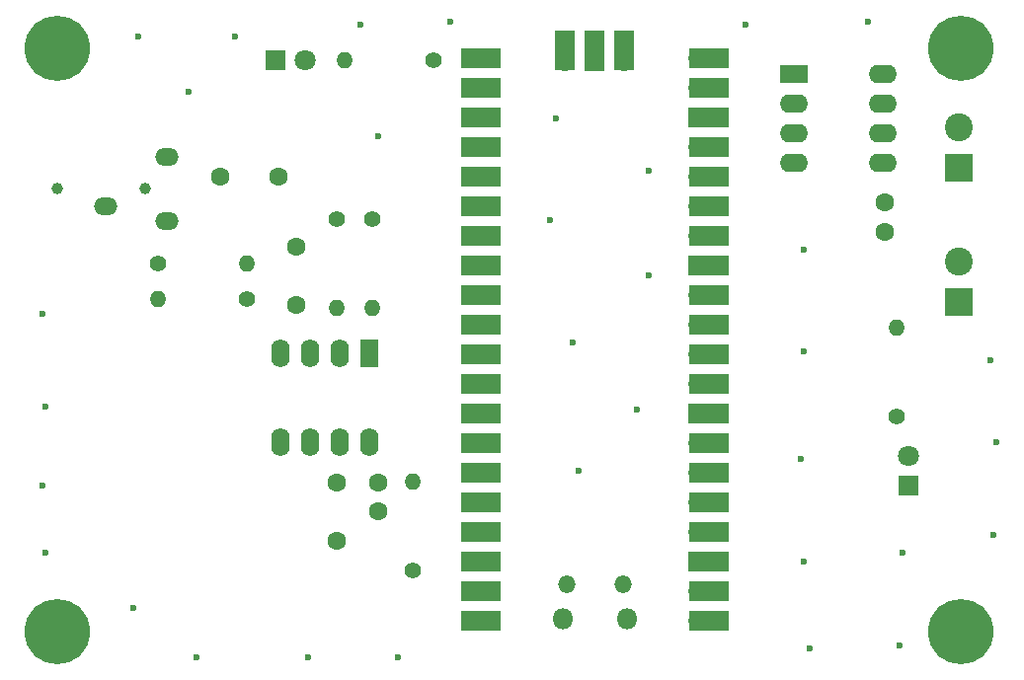
<source format=gts>
G04 #@! TF.GenerationSoftware,KiCad,Pcbnew,8.0.0*
G04 #@! TF.CreationDate,2024-03-17T16:54:30+01:00*
G04 #@! TF.ProjectId,soundgun,736f756e-6467-4756-9e2e-6b696361645f,rev?*
G04 #@! TF.SameCoordinates,Original*
G04 #@! TF.FileFunction,Soldermask,Top*
G04 #@! TF.FilePolarity,Negative*
%FSLAX46Y46*%
G04 Gerber Fmt 4.6, Leading zero omitted, Abs format (unit mm)*
G04 Created by KiCad (PCBNEW 8.0.0) date 2024-03-17 16:54:30*
%MOMM*%
%LPD*%
G01*
G04 APERTURE LIST*
%ADD10R,1.600000X2.400000*%
%ADD11O,1.600000X2.400000*%
%ADD12C,1.400000*%
%ADD13O,1.400000X1.400000*%
%ADD14R,1.800000X1.800000*%
%ADD15C,1.800000*%
%ADD16C,1.600000*%
%ADD17C,5.600000*%
%ADD18R,2.400000X2.400000*%
%ADD19C,2.400000*%
%ADD20C,0.990600*%
%ADD21O,2.006600X1.498600*%
%ADD22O,1.800000X1.800000*%
%ADD23O,1.500000X1.500000*%
%ADD24O,1.700000X1.700000*%
%ADD25R,3.500000X1.700000*%
%ADD26R,1.700000X1.700000*%
%ADD27R,1.700000X3.500000*%
%ADD28R,2.400000X1.600000*%
%ADD29O,2.400000X1.600000*%
%ADD30C,0.600000*%
G04 APERTURE END LIST*
D10*
X111800000Y-91175000D03*
D11*
X109260000Y-91175000D03*
X106720000Y-91175000D03*
X104180000Y-91175000D03*
X104180000Y-98795000D03*
X106720000Y-98795000D03*
X109260000Y-98795000D03*
X111800000Y-98795000D03*
D12*
X117310000Y-66000000D03*
D13*
X109690000Y-66000000D03*
D14*
X103725000Y-66000000D03*
D15*
X106265000Y-66000000D03*
D16*
X99000000Y-75999876D03*
X104000000Y-75999876D03*
D14*
X158000000Y-102540000D03*
D15*
X158000000Y-100000000D03*
D16*
X109000000Y-107250000D03*
X109000000Y-102250000D03*
X105500000Y-82000000D03*
X105500000Y-87000000D03*
D17*
X85000000Y-65000000D03*
D12*
X157000000Y-96575000D03*
D13*
X157000000Y-88955000D03*
D18*
X162300000Y-75250000D03*
D19*
X162300000Y-71750000D03*
D16*
X112500000Y-104750000D03*
X112500000Y-102250000D03*
D20*
X85059508Y-77040432D03*
X92559508Y-77040432D03*
D21*
X89159508Y-78540556D03*
X94459510Y-74290374D03*
X94459510Y-79790373D03*
D12*
X101310000Y-86500000D03*
D13*
X93690000Y-86500000D03*
D16*
X156000000Y-80750000D03*
X156000000Y-78250000D03*
D12*
X109000000Y-79690000D03*
D13*
X109000000Y-87310000D03*
D22*
X133835000Y-113970000D03*
D23*
X133535000Y-110940000D03*
X128685000Y-110940000D03*
D22*
X128385000Y-113970000D03*
D24*
X140000000Y-114100000D03*
D25*
X140900000Y-114100000D03*
D24*
X140000000Y-111560000D03*
D25*
X140900000Y-111560000D03*
D26*
X140000000Y-109020000D03*
D25*
X140900000Y-109020000D03*
D24*
X140000000Y-106480000D03*
D25*
X140900000Y-106480000D03*
D24*
X140000000Y-103940000D03*
D25*
X140900000Y-103940000D03*
D24*
X140000000Y-101400000D03*
D25*
X140900000Y-101400000D03*
D24*
X140000000Y-98860000D03*
D25*
X140900000Y-98860000D03*
D26*
X140000000Y-96320000D03*
D25*
X140900000Y-96320000D03*
D24*
X140000000Y-93780000D03*
D25*
X140900000Y-93780000D03*
D24*
X140000000Y-91240000D03*
D25*
X140900000Y-91240000D03*
D24*
X140000000Y-88700000D03*
D25*
X140900000Y-88700000D03*
D24*
X140000000Y-86160000D03*
D25*
X140900000Y-86160000D03*
D26*
X140000000Y-83620000D03*
D25*
X140900000Y-83620000D03*
D24*
X140000000Y-81080000D03*
D25*
X140900000Y-81080000D03*
D24*
X140000000Y-78540000D03*
D25*
X140900000Y-78540000D03*
D24*
X140000000Y-76000000D03*
D25*
X140900000Y-76000000D03*
D24*
X140000000Y-73460000D03*
D25*
X140900000Y-73460000D03*
D26*
X140000000Y-70920000D03*
D25*
X140900000Y-70920000D03*
D24*
X140000000Y-68380000D03*
D25*
X140900000Y-68380000D03*
D24*
X140000000Y-65840000D03*
D25*
X140900000Y-65840000D03*
D24*
X122220000Y-65840000D03*
D25*
X121320000Y-65840000D03*
D24*
X122220000Y-68380000D03*
D25*
X121320000Y-68380000D03*
D26*
X122220000Y-70920000D03*
D25*
X121320000Y-70920000D03*
D24*
X122220000Y-73460000D03*
D25*
X121320000Y-73460000D03*
D24*
X122220000Y-76000000D03*
D25*
X121320000Y-76000000D03*
D24*
X122220000Y-78540000D03*
D25*
X121320000Y-78540000D03*
D24*
X122220000Y-81080000D03*
D25*
X121320000Y-81080000D03*
D26*
X122220000Y-83620000D03*
D25*
X121320000Y-83620000D03*
D24*
X122220000Y-86160000D03*
D25*
X121320000Y-86160000D03*
D24*
X122220000Y-88700000D03*
D25*
X121320000Y-88700000D03*
D24*
X122220000Y-91240000D03*
D25*
X121320000Y-91240000D03*
D24*
X122220000Y-93780000D03*
D25*
X121320000Y-93780000D03*
D26*
X122220000Y-96320000D03*
D25*
X121320000Y-96320000D03*
D24*
X122220000Y-98860000D03*
D25*
X121320000Y-98860000D03*
D24*
X122220000Y-101400000D03*
D25*
X121320000Y-101400000D03*
D24*
X122220000Y-103940000D03*
D25*
X121320000Y-103940000D03*
D24*
X122220000Y-106480000D03*
D25*
X121320000Y-106480000D03*
D26*
X122220000Y-109020000D03*
D25*
X121320000Y-109020000D03*
D24*
X122220000Y-111560000D03*
D25*
X121320000Y-111560000D03*
D24*
X122220000Y-114100000D03*
D25*
X121320000Y-114100000D03*
D24*
X133650000Y-66070000D03*
D27*
X133650000Y-65170000D03*
D26*
X131110000Y-66070000D03*
D27*
X131110000Y-65170000D03*
D24*
X128570000Y-66070000D03*
D27*
X128570000Y-65170000D03*
D17*
X162500000Y-115000000D03*
D12*
X93690000Y-83500000D03*
D13*
X101310000Y-83500000D03*
D12*
X115500000Y-109810000D03*
D13*
X115500000Y-102190000D03*
D17*
X162500000Y-65000000D03*
D12*
X112000000Y-79690000D03*
D13*
X112000000Y-87310000D03*
D28*
X148175000Y-67200000D03*
D29*
X148175000Y-69740000D03*
X148175000Y-72280000D03*
X148175000Y-74820000D03*
X155795000Y-74820000D03*
X155795000Y-72280000D03*
X155795000Y-69740000D03*
X155795000Y-67200000D03*
D17*
X85000000Y-115000000D03*
D18*
X162300000Y-86750000D03*
D19*
X162300000Y-83250000D03*
D30*
X144000000Y-63000000D03*
X84000000Y-95750000D03*
X127250000Y-79750000D03*
X92000000Y-64000000D03*
X84000000Y-108250000D03*
X134750000Y-96000000D03*
X114250000Y-117250000D03*
X165500000Y-98750000D03*
X112500000Y-72500000D03*
X100250000Y-64000000D03*
X111000000Y-63000000D03*
X149000000Y-82250000D03*
X97000000Y-117250000D03*
X129250000Y-90250000D03*
X127750000Y-71000000D03*
X149000000Y-109000000D03*
X83750000Y-102500000D03*
X118750000Y-62750000D03*
X83750000Y-87750000D03*
X96250000Y-68750000D03*
X154500000Y-62750000D03*
X165000000Y-91750000D03*
X91500000Y-113000000D03*
X149000000Y-91000000D03*
X129750000Y-101250000D03*
X106500000Y-117250000D03*
X135750000Y-75500000D03*
X157250000Y-116250000D03*
X165250000Y-106750000D03*
X149500000Y-116500000D03*
X157500000Y-108250000D03*
X148750000Y-100250000D03*
X135750000Y-84500000D03*
M02*

</source>
